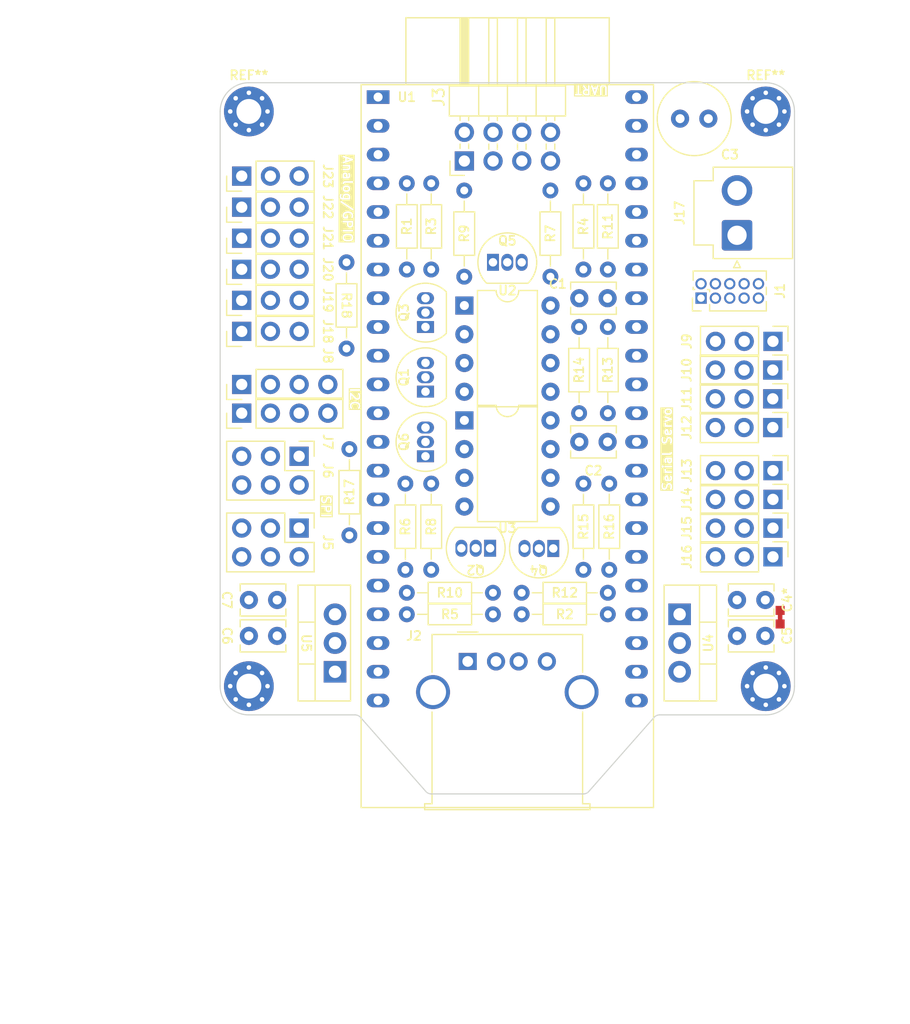
<source format=kicad_pcb>
(kicad_pcb (version 20221018) (generator pcbnew)
  (layers (0 "F.Cu" signal) (31 "B.Cu" signal) (34 "B.Paste" user) (35 "F.Paste" user) (36 "B.SilkS" user "B.Silkscreen") (37 "F.SilkS" user "F.Silkscreen") (38 "B.Mask" user) (39 "F.Mask" user) (44 "Edge.Cuts" user))
  (net 0 "")
  (net 1 "+3V3")
  (net 2 "GND")
  (net 3 "/UART1.TX")
  (net 4 "/UART1.RX")
  (net 5 "/UART2.TX")
  (net 6 "/UART2.RX")
  (net 7 "/I2C.SDA")
  (net 8 "/I2C.SCL")
  (net 9 "/FSPI.MISO")
  (net 10 "/FSPI.CLK")
  (net 11 "/FSPI.CS0")
  (net 12 "/FSPI.MOSI")
  (net 13 "/FSPI.CS1")
  (net 14 "/~{RESET}")
  (net 15 "/ADC1.CH3")
  (net 16 "/ADC1.CH4")
  (net 17 "/ADC1.CH5")
  (net 18 "/ADC1.CH6")
  (net 24 "/USB_DN")
  (net 25 "/USB_DP")
  (net 27 "/~{BOOT}")
  (net 32 "/MTCK")
  (net 33 "/MTDO")
  (net 34 "/MTDI")
  (net 35 "/MTMS")
  (net 36 "/ADC1.CH1")
  (net 37 "/ADC1.CH0")
  (net 40 "VCC")
  (net 41 "/IOPort/SERVO1.SIG")
  (net 42 "/IOPort/SERVO2.SIG")
  (net 43 "Net-(Q1-D)")
  (net 44 "Net-(Q3-D)")
  (net 45 "Net-(Q2-D)")
  (net 46 "Net-(U2-B)")
  (net 47 "Net-(U3-B)")
  (net 48 "GNDPWR")
  (net 49 "+5V")
  (net 50 "Net-(Q4-D)")
  (net 51 "Net-(Q5-D)")
  (net 52 "Net-(Q6-G)")
  (net 53 "Net-(Q6-D)")
  (net 55 "Net-(Q5-G)")
  (net 56 "Net-(U1-GND-Pad22)")
  (footprint "Resistor_THT:R_Axial_DIN0204_L3.6mm_D1.6mm_P7.62mm_Horizontal" (layer "F.Cu") (at 129.159 88.392 90)
    (fp_text reference "R4" (at 3.81 0 90 unlocked) (layer "F.SilkS") (effects (font (size 0.8 0.8))))
    (fp_text value "10k")
    (pad "1" thru_hole circle (at 0 0 90) (size 1.4 1.4) (drill 0.7) (layers "*.Cu" "*.Mask") (net 43 "Net-(Q1-D)"))
    (pad "2" thru_hole oval (at 7.62 0 90) (size 1.4 1.4) (drill 0.7) (layers "*.Cu" "*.Mask") (net 49 "+5V"))
  )
  (footprint "Connector_PinHeader_2.54mm:PinHeader_1x03_P2.54mm_Vertical" (layer "F.Cu") (at 145.923 108.712 -90)
    (fp_text reference "J14" (at 0 7.62 90 unlocked) (layer "F.SilkS") (effects (font (size 0.8 0.8))))
    (fp_text value "Conn_01x03_Pin")
    (pad "1" thru_hole rect (at 0 0 270) (size 1.7 1.7) (drill 1) (layers "*.Cu" "*.Mask") (net 2 "GND"))
    (pad "2" thru_hole oval (at 0 2.54 270) (size 1.7 1.7) (drill 1) (layers "*.Cu" "*.Mask") (net 40 "VCC"))
    (pad "3" thru_hole oval (at 0 5.08 270) (size 1.7 1.7) (drill 1) (layers "*.Cu" "*.Mask") (net 42 "/IOPort/SERVO2.SIG"))
  )
  (footprint "Resistor_THT:R_Axial_DIN0204_L3.6mm_D1.6mm_P7.62mm_Horizontal" (layer "F.Cu") (at 129.159 107.315 -90)
    (fp_text reference "R15" (at 3.81 0 90 unlocked) (layer "F.SilkS") (effects (font (size 0.8 0.8))))
    (fp_text value "2.2k")
    (pad "1" thru_hole circle (at 0 0 270) (size 1.4 1.4) (drill 0.7) (layers "*.Cu" "*.Mask") (net 47 "Net-(U3-B)"))
    (pad "2" thru_hole oval (at 7.62 0 270) (size 1.4 1.4) (drill 0.7) (layers "*.Cu" "*.Mask") (net 49 "+5V"))
  )
  (footprint "Connector_PinHeader_2.54mm:PinHeader_1x03_P2.54mm_Vertical" (layer "F.Cu") (at 145.923 106.172 -90)
    (fp_text reference "J13" (at 0 7.62 90 unlocked) (layer "F.SilkS") (effects (font (size 0.8 0.8))))
    (fp_text value "Conn_01x03_Pin")
    (pad "1" thru_hole rect (at 0 0 270) (size 1.7 1.7) (drill 1) (layers "*.Cu" "*.Mask") (net 2 "GND"))
    (pad "2" thru_hole oval (at 0 2.54 270) (size 1.7 1.7) (drill 1) (layers "*.Cu" "*.Mask") (net 40 "VCC"))
    (pad "3" thru_hole oval (at 0 5.08 270) (size 1.7 1.7) (drill 1) (layers "*.Cu" "*.Mask") (net 42 "/IOPort/SERVO2.SIG"))
  )
  (footprint "Resistor_THT:R_Axial_DIN0204_L3.6mm_D1.6mm_P7.62mm_Horizontal" (layer "F.Cu") (at 128.778 101.092 90)
    (fp_text reference "R14" (at 3.81 0 90 unlocked) (layer "F.SilkS") (effects (font (size 0.8 0.8))))
    (fp_text value "2.2k")
    (pad "1" thru_hole circle (at 0 0 90) (size 1.4 1.4) (drill 0.7) (layers "*.Cu" "*.Mask") (net 2 "GND"))
    (pad "2" thru_hole oval (at 7.62 0 90) (size 1.4 1.4) (drill 0.7) (layers "*.Cu" "*.Mask") (net 46 "Net-(U2-B)"))
  )
  (footprint "Connector_PinHeader_2.54mm:PinHeader_1x03_P2.54mm_Vertical" (layer "F.Cu") (at 98.933 93.862 90)
    (fp_text reference "J18" (at 0 7.62 270 unlocked) (layer "F.SilkS") (effects (font (size 0.8 0.8))))
    (fp_text value "Conn_01x03_Pin")
    (pad "1" thru_hole rect (at 0 0 90) (size 1.7 1.7) (drill 1) (layers "*.Cu" "*.Mask") (net 2 "GND"))
    (pad "2" thru_hole oval (at 0 2.54 90) (size 1.7 1.7) (drill 1) (layers "*.Cu" "*.Mask") (net 40 "VCC"))
    (pad "3" thru_hole oval (at 0 5.08 90) (size 1.7 1.7) (drill 1) (layers "*.Cu" "*.Mask") (net 37 "/ADC1.CH0"))
  )
  (footprint "Package_TO_SOT_THT:TO-220-3_Vertical" (layer "F.Cu") (at 107.188 123.952 90)
    (fp_text reference "U5" (at 2.54 -2.54 270 unlocked) (layer "F.SilkS") (effects (font (size 0.8 0.8))))
    (fp_text value "NJU7223")
    (pad "1" thru_hole rect (at 0 0 90) (size 1.905 2) (drill 1.1) (layers "*.Cu" "*.Mask") (net 49 "+5V"))
    (pad "2" thru_hole oval (at 2.54 0 90) (size 1.905 2) (drill 1.1) (layers "*.Cu" "*.Mask") (net 2 "GND"))
    (pad "3" thru_hole oval (at 5.08 0 90) (size 1.905 2) (drill 1.1) (layers "*.Cu" "*.Mask") (net 1 "+3V3"))
  )
  (footprint "Package_TO_SOT_THT:TO-92_Inline" (layer "F.Cu") (at 115.189 104.902 90)
    (fp_text reference "Q6" (at 1.27 -1.905 90 unlocked) (layer "F.SilkS") (effects (font (size 0.8 0.8))))
    (fp_text value "2N7000")
    (pad "1" thru_hole rect (at 0 0 90) (size 1.05 1.5) (drill 0.75) (layers "*.Cu" "*.Mask") (net 2 "GND"))
    (pad "2" thru_hole oval (at 1.27 0 90) (size 1.05 1.5) (drill 0.75) (layers "*.Cu" "*.Mask") (net 52 "Net-(Q6-G)"))
    (pad "3" thru_hole oval (at 2.54 0 90) (size 1.05 1.5) (drill 0.75) (layers "*.Cu" "*.Mask") (net 53 "Net-(Q6-D)"))
  )
  (footprint "Capacitor_THT:C_Disc_D3.8mm_W2.6mm_P2.50mm" (layer "F.Cu") (at 128.798 90.932)
    (fp_text reference "C1" (at -1.905 -1.27 unlocked) (layer "F.SilkS") (effects (font (size 0.8 0.8))))
    (fp_text value "0.1uF")
    (pad "1" thru_hole circle (at 0 0) (size 1.6 1.6) (drill 0.8) (layers "*.Cu" "*.Mask") (net 49 "+5V"))
    (pad "2" thru_hole circle (at 2.5 0) (size 1.6 1.6) (drill 0.8) (layers "*.Cu" "*.Mask") (net 2 "GND"))
  )
  (footprint "Espressif:ESP32-S3-DevKitC" (layer "F.Cu") (at 110.998 73.152)
    (fp_text reference "U1" (at 2.54 0 unlocked) (layer "F.SilkS") (effects (font (size 0.8 0.8))))
    (fp_text value "ESP32-S3-DevKitC" hide)
    (pad "1" thru_hole rect (at 0 0 270) (size 1.2 2) (drill 0.8) (layers "*.Cu" "*.Mask") (net 1 "+3V3"))
    (pad "2" thru_hole oval (at 0 2.54 270) (size 1.2 2) (drill 0.8) (layers "*.Cu" "*.Mask") (net 1 "+3V3"))
    (pad "3" thru_hole oval (at 0 5.08 270) (size 1.2 2) (drill 0.8) (layers "*.Cu" "*.Mask") (net 14 "/~{RESET}"))
    (pad "4" thru_hole oval (at 0 7.62 270) (size 1.2 2) (drill 0.8) (layers "*.Cu" "*.Mask") (net 15 "/ADC1.CH3"))
    (pad "5" thru_hole oval (at 0 10.16 270) (size 1.2 2) (drill 0.8) (layers "*.Cu" "*.Mask") (net 16 "/ADC1.CH4"))
    (pad "6" thru_hole oval (at 0 12.7 270) (size 1.2 2) (drill 0.8) (layers "*.Cu" "*.Mask") (net 17 "/ADC1.CH5"))
    (pad "7" thru_hole oval (at 0 15.24 270) (size 1.2 2) (drill 0.8) (layers "*.Cu" "*.Mask") (net 18 "/ADC1.CH6"))
    (pad "8" thru_hole oval (at 0 17.78 270) (size 1.2 2) (drill 0.8) (layers "*.Cu" "*.Mask"))
    (pad "9" thru_hole oval (at 0 20.32 270) (size 1.2 2) (drill 0.8) (layers "*.Cu" "*.Mask"))
    (pad "10" thru_hole oval (at 0 22.86 270) (size 1.2 2) (drill 0.8) (layers "*.Cu" "*.Mask") (net 3 "/UART1.TX"))
    (pad "11" thru_hole oval (at 0 25.4 270) (size 1.2 2) (drill 0.8) (layers "*.Cu" "*.Mask") (net 4 "/UART1.RX"))
    (pad "12" thru_hole oval (at 0 27.94 270) (size 1.2 2) (drill 0.8) (layers "*.Cu" "*.Mask") (net 7 "/I2C.SDA"))
    (pad "13" thru_hole oval (at 0 30.48 270) (size 1.2 2) (drill 0.8) (layers "*.Cu" "*.Mask"))
    (pad "14" thru_hole oval (at 0 33.02 270) (size 1.2 2) (drill 0.8) (layers "*.Cu" "*.Mask"))
    (pad "15" thru_hole oval (at 0 35.56 270) (size 1.2 2) (drill 0.8) (layers "*.Cu" "*.Mask") (net 8 "/I2C.SCL"))
    (pad "16" thru_hole oval (at 0 38.1 270) (size 1.2 2) (drill 0.8) (layers "*.Cu" "*.Mask") (net 11 "/FSPI.CS0"))
    (pad "17" thru_hole oval (at 0 40.64 270) (size 1.2 2) (drill 0.8) (layers "*.Cu" "*.Mask") (net 12 "/FSPI.MOSI"))
    (pad "18" thru_hole oval (at 0 43.18 270) (size 1.2 2) (drill 0.8) (layers "*.Cu" "*.Mask") (net 10 "/FSPI.CLK"))
    (pad "19" thru_hole oval (at 0 45.72 270) (size 1.2 2) (drill 0.8) (layers "*.Cu" "*.Mask") (net 9 "/FSPI.MISO"))
    (pad "20" thru_hole oval (at -0.00368 48.25728 270) (size 1.2 2) (drill 0.8) (layers "*.Cu" "*.Mask"))
    (pad "21" thru_hole oval (at -0.00368 50.79728 270) (size 1.2 2) (drill 0.8) (layers "*.Cu" "*.Mask") (net 49 "+5V"))
    (pad "22" thru_hole oval (at -0.00368 53.33728 270) (size 1.2 2) (drill 0.8) (layers "*.Cu" "*.Mask") (net 56 "Net-(U1-GND-Pad22)"))
    (pad "23" thru_hole oval (at 22.86 53.34 270) (size 1.2 2) (drill 0.8) (layers "*.Cu" "*.Mask") (net 56 "Net-(U1-GND-Pad22)"))
    (pad "24" thru_hole oval (at 22.86 50.8 270) (size 1.2 2) (drill 0.8) (layers "*.Cu" "*.Mask") (net 56 "Net-(U1-GND-Pad22)"))
    (pad "25" thru_hole oval (at 22.86 48.26 270) (size 1.2 2) (drill 0.8) (layers "*.Cu" "*.Mask") (net 24 "/USB_DN"))
    (pad "26" thru_hole oval (at 22.86 45.72 270) (size 1.2 2) (drill 0.8) (layers "*.Cu" "*.Mask") (net 25 "/USB_DP"))
    (pad "27" thru_hole oval (at 22.86 43.18 270) (size 1.2 2) (drill 0.8) (layers "*.Cu" "*.Mask") (net 13 "/FSPI.CS1"))
    (pad "28" thru_hole oval (at 22.86 40.64 270) (size 1.2 2) (drill 0.8) (layers "*.Cu" "*.Mask") (net 5 "/UART2.TX"))
    (pad "29" thru_hole oval (at 22.86 38.1 270) (size 1.2 2) (drill 0.8) (layers "*.Cu" "*.Mask") (net 6 "/UART2.RX"))
    (pad "30" thru_hole oval (at 22.86 35.56 270) (size 1.2 2) (drill 0.8) (layers "*.Cu" "*.Mask"))
    (pad "31" thru_hole oval (at 22.86 33.02 270) (size 1.2 2) (drill 0.8) (layers "*.Cu" "*.Mask") (net 27 "/~{BOOT}"))
    (pad "32" thru_hole oval (at 22.86 30.48 270) (size 1.2 2) (drill 0.8) (layers "*.Cu" "*.Mask"))
    (pad "33" thru_hole oval (at 22.86 27.94 270) (size 1.2 2) (drill 0.8) (layers "*.Cu" "*.Mask"))
    (pad "34" thru_hole oval (at 22.86 25.4 270) (size 1.2 2) (drill 0.8) (layers "*.Cu" "*.Mask"))
    (pad "35" thru_hole oval (at 22.86 22.86 270) (size 1.2 2) (drill 0.8) (layers "*.Cu" "*.Mask"))
    (pad "36" thru_hole oval (at 22.86 20.32 270) (size 1.2 2) (drill 0.8) (layers "*.Cu" "*.Mask") (net 32 "/MTCK"))
    (pad "37" thru_hole oval (at 22.86 17.78 270) (size 1.2 2) (drill 0.8) (layers "*.Cu" "*.Mask") (net 33 "/MTDO"))
    (pad "38" thru_hole oval (at 22.86 15.24 270) (size 1.2 2) (drill 0.8) (layers "*.Cu" "*.Mask") (net 34 "/MTDI"))
    (pad "39" thru_hole oval (at 22.86 12.7 270) (size 1.2 2) (drill 0.8) (layers "*.Cu" "*.Mask") (net 35 "/MTMS"))
    (pad "40" thru_hole oval (at 22.86 10.16 270) (size 1.2 2) (drill 0.8) (layers "*.Cu" "*.Mask") (net 36 "/ADC1.CH1"))
    (pad "41" thru_hole oval (at 22.86 7.62 270) (size 1.2 2) (drill 0.8) (layers "*.Cu" "*.Mask") (net 37 "/ADC1.CH0"))
    (pad "42" thru_hole oval (at 22.86 5.08 270) (size 1.2 2) (drill 0.8) (layers "*.Cu" "*.Mask"))
    (pad "43" thru_hole oval (at 22.86 2.54 270) (size 1.2 2) (drill 0.8) (layers "*.Cu" "*.Mask"))
    (pad "44" thru_hole oval (at 22.86 0 270) (size 1.2 2) (drill 0.8) (layers "*.Cu" "*.Mask") (net 56 "Net-(U1-GND-Pad22)"))
  )
  (footprint "Connector_JST:JST_VH_B2P-VH_1x02_P3.96mm_Vertical" (layer "F.Cu") (at 142.748 85.367 90)
    (fp_text reference "J17" (at 1.98 -5.08 90 unlocked) (layer "F.SilkS") (effects (font (size 0.8 0.8))))
    (fp_text value "Conn_01x02_Socket")
    (pad "1" thru_hole roundrect (at 0 0 90) (size 2.7 2.7) (drill 1.7) (layers "*.Cu" "*.Mask") (roundrect_rratio 0.092593) (net 40 "VCC"))
    (pad "2" thru_hole circle (at 3.96 0 90) (size 2.7 2.7) (drill 1.7) (layers "*.Cu" "*.Mask") (net 48 "GNDPWR"))
  )
  (footprint "Connector_PinHeader_2.54mm:PinHeader_1x03_P2.54mm_Vertical" (layer "F.Cu") (at 145.923 94.742 -90)
    (fp_text reference "J9" (at 0 7.62 90 unlocked) (layer "F.SilkS") (effects (font (size 0.8 0.8))))
    (fp_text value "Conn_01x03_Pin")
    (pad "1" thru_hole rect (at 0 0 270) (size 1.7 1.7) (drill 1) (layers "*.Cu" "*.Mask") (net 2 "GND"))
    (pad "2" thru_hole oval (at 0 2.54 270) (size 1.7 1.7) (drill 1) (layers "*.Cu" "*.Mask") (net 40 "VCC"))
    (pad "3" thru_hole oval (at 0 5.08 270) (size 1.7 1.7) (drill 1) (layers "*.Cu" "*.Mask") (net 41 "/IOPort/SERVO1.SIG"))
  )
  (footprint "MountingHole:MountingHole_2.2mm_M2_Pad_Via" (layer "F.Cu") (at 99.568 125.222)
    (fp_text reference "REF**" hide)
    (fp_text value "MountingHole_2.2mm_M2_Pad_Via")
    (pad "1" thru_hole circle locked (at -1.65 0) (size 0.7 0.7) (drill 0.4) (layers "*.Cu" "*.Mask"))
    (pad "1" thru_hole circle locked (at -1.166726 -1.166726) (size 0.7 0.7) (drill 0.4) (layers "*.Cu" "*.Mask"))
    (pad "1" thru_hole circle locked (at -1.166726 1.166726) (size 0.7 0.7) (drill 0.4) (layers "*.Cu" "*.Mask"))
    (pad "1" thru_hole circle locked (at 0 -1.65) (size 0.7 0.7) (drill 0.4) (layers "*.Cu" "*.Mask"))
    (pad "1" thru_hole circle locked (at 0 0) (size 4.4 4.4) (drill 2.2) (layers "*.Cu" "*.Mask"))
    (pad "1" thru_hole circle locked (at 0 1.65) (size 0.7 0.7) (drill 0.4) (layers "*.Cu" "*.Mask"))
    (pad "1" thru_hole circle locked (at 1.166726 -1.166726) (size 0.7 0.7) (drill 0.4) (layers "*.Cu" "*.Mask"))
    (pad "1" thru_hole circle locked (at 1.166726 1.166726) (size 0.7 0.7) (drill 0.4) (layers "*.Cu" "*.Mask"))
    (pad "1" thru_hole circle locked (at 1.65 0) (size 0.7 0.7) (drill 0.4) (layers "*.Cu" "*.Mask"))
  )
  (footprint "Package_TO_SOT_THT:TO-92_Inline" (layer "F.Cu") (at 115.189 93.472 90)
    (fp_text reference "Q3" (at 1.27 -1.905 90 unlocked) (layer "F.SilkS") (effects (font (size 0.8 0.8))))
    (fp_text value "2N7000")
    (pad "1" thru_hole rect (at 0 0 90) (size 1.05 1.5) (drill 0.75) (layers "*.Cu" "*.Mask") (net 4 "/UART1.RX"))
    (pad "2" thru_hole oval (at 1.27 0 90) (size 1.05 1.5) (drill 0.75) (layers "*.Cu" "*.Mask") (net 1 "+3V3"))
    (pad "3" thru_hole oval (at 2.54 0 90) (size 1.05 1.5) (drill 0.75) (layers "*.Cu" "*.Mask") (net 44 "Net-(Q3-D)"))
  )
  (footprint "Connector_PinHeader_2.54mm:PinHeader_2x03_P2.54mm_Vertical" (layer "F.Cu") (at 104.013 104.902 -90)
    (fp_text reference "J6" (at 1.27 -2.54 270 unlocked) (layer "F.SilkS") (effects (font (size 0.8 0.8))))
    (fp_text value "Conn_02x03_Top_Bottom")
    (pad "1" thru_hole rect (at 0 0 270) (size 1.7 1.7) (drill 1) (layers "*.Cu" "*.Mask") (net 9 "/FSPI.MISO"))
    (pad "2" thru_hole oval (at 2.54 0 270) (size 1.7 1.7) (drill 1) (layers "*.Cu" "*.Mask") (net 10 "/FSPI.CLK"))
    (pad "3" thru_hole oval (at 0 2.54 270) (size 1.7 1.7) (drill 1) (layers "*.Cu" "*.Mask") (net 13 "/FSPI.CS1"))
    (pad "4" thru_hole oval (at 2.54 2.54 270) (size 1.7 1.7) (drill 1) (layers "*.Cu" "*.Mask") (net 12 "/FSPI.MOSI"))
    (pad "5" thru_hole oval (at 0 5.08 270) (size 1.7 1.7) (drill 1) (layers "*.Cu" "*.Mask") (net 1 "+3V3"))
    (pad "6" thru_hole oval (at 2.54 5.08 270) (size 1.7 1.7) (drill 1) (layers "*.Cu" "*.Mask") (net 2 "GND"))
  )
  (footprint "Resistor_THT:R_Axial_DIN0204_L3.6mm_D1.6mm_P7.62mm_Horizontal" (layer "F.Cu") (at 113.538 88.392 90)
    (fp_text reference "R1" (at 3.81 0 90 unlocked) (layer "F.SilkS") (effects (font (size 0.8 0.8))))
    (fp_text value "10k")
    (pad "1" thru_hole circle (at 0 0 90) (size 1.4 1.4) (drill 0.7) (layers "*.Cu" "*.Mask") (net 3 "/UART1.TX"))
    (pad "2" thru_hole oval (at 7.62 0 90) (size 1.4 1.4) (drill 0.7) (layers "*.Cu" "*.Mask") (net 1 "+3V3"))
  )
  (footprint "Connector_PinHeader_2.54mm:PinHeader_1x03_P2.54mm_Vertical" (layer "F.Cu") (at 98.933 80.137 90)
    (fp_text reference "J23" (at 0 7.62 270 unlocked) (layer "F.SilkS") (effects (font (size 0.8 0.8))))
    (fp_text value "Conn_01x03_Pin")
    (pad "1" thru_hole rect (at 0 0 90) (size 1.7 1.7) (drill 1) (layers "*.Cu" "*.Mask") (net 2 "GND"))
    (pad "2" thru_hole oval (at 0 2.54 90) (size 1.7 1.7) (drill 1) (layers "*.Cu" "*.Mask") (net 40 "VCC"))
    (pad "3" thru_hole oval (at 0 5.08 90) (size 1.7 1.7) (drill 1) (layers "*.Cu" "*.Mask") (net 18 "/ADC1.CH6"))
  )
  (footprint "MountingHole:MountingHole_2.2mm_M2_Pad_Via" (layer "F.Cu") (at 145.288 74.422)
    (fp_text reference "REF**" (at 0 -3.2 unlocked) (layer "F.SilkS") (effects (font (size 0.8 0.8))))
    (fp_text value "MountingHole_2.2mm_M2_Pad_Via")
    (pad "1" thru_hole circle locked (at -1.65 0) (size 0.7 0.7) (drill 0.4) (layers "*.Cu" "*.Mask"))
    (pad "1" thru_hole circle locked (at -1.166726 -1.166726) (size 0.7 0.7) (drill 0.4) (layers "*.Cu" "*.Mask"))
    (pad "1" thru_hole circle locked (at -1.166726 1.166726) (size 0.7 0.7) (drill 0.4) (layers "*.Cu" "*.Mask"))
    (pad "1" thru_hole circle locked (at 0 -1.65) (size 0.7 0.7) (drill 0.4) (layers "*.Cu" "*.Mask"))
    (pad "1" thru_hole circle locked (at 0 0) (size 4.4 4.4) (drill 2.2) (layers "*.Cu" "*.Mask"))
    (pad "1" thru_hole circle locked (at 0 1.65) (size 0.7 0.7) (drill 0.4) (layers "*.Cu" "*.Mask"))
    (pad "1" thru_hole circle locked (at 1.166726 -1.166726) (size 0.7 0.7) (drill 0.4) (layers "*.Cu" "*.Mask"))
    (pad "1" thru_hole circle locked (at 1.166726 1.166726) (size 0.7 0.7) (drill 0.4) (layers "*.Cu" "*.Mask"))
    (pad "1" thru_hole circle locked (at 1.65 0) (size 0.7 0.7) (drill 0.4) (layers "*.Cu" "*.Mask"))
  )
  (footprint "Connector_PinHeader_2.54mm:PinHeader_1x03_P2.54mm_Vertical" (layer "F.Cu") (at 98.933 82.882 90)
    (fp_text reference "J22" (at 0 7.62 270 unlocked) (layer "F.SilkS") (effects (font (size 0.8 0.8))))
    (fp_text value "Conn_01x03_Pin")
    (pad "1" thru_hole rect (at 0 0 90) (size 1.7 1.7) (drill 1) (layers "*.Cu" "*.Mask") (net 2 "GND"))
    (pad "2" thru_hole oval (at 0 2.54 90) (size 1.7 1.7) (drill 1) (layers "*.Cu" "*.Mask") (net 40 "VCC"))
    (pad "3" thru_hole oval (at 0 5.08 90) (size 1.7 1.7) (drill 1) (layers "*.Cu" "*.Mask") (net 17 "/ADC1.CH5"))
  )
  (footprint "Resistor_THT:R_Axial_DIN0204_L3.6mm_D1.6mm_P7.62mm_Horizontal" (layer "F.Cu") (at 131.445 114.935 90)
    (fp_text reference "R16" (at 3.81 0 90 unlocked) (layer "F.SilkS") (effects (font (size 0.8 0.8))))
    (fp_text value "2.2k")
    (pad "1" thru_hole circle (at 0 0 90) (size 1.4 1.4) (drill 0.7) (layers "*.Cu" "*.Mask") (net 2 "GND"))
    (pad "2" thru_hole oval (at 7.62 0 90) (size 1.4 1.4) (drill 0.7) (layers "*.Cu" "*.Mask") (net 47 "Net-(U3-B)"))
  )
  (footprint "Connector_PinHeader_2.54mm:PinHeader_2x04_P2.54mm_Horizontal" (layer "F.Cu") (at 118.628 78.802 90)
    (fp_text reference "J3" (at 5.655 -2.27 90) (layer "F.SilkS"))
    (fp_text value "Conn_02x04_Odd_Even")
    (pad "1" thru_hole rect (at 0 0 90) (size 1.7 1.7) (drill 1) (layers "*.Cu" "*.Mask") (net 2 "GND"))
    (pad "2" thru_hole oval (at 2.54 0 90) (size 1.7 1.7) (drill 1) (layers "*.Cu" "*.Mask") (net 2 "GND"))
    (pad "3" thru_hole oval (at 0 2.54 90) (size 1.7 1.7) (drill 1) (layers "*.Cu" "*.Mask") (net 40 "VCC"))
    (pad "4" thru_hole oval (at 2.54 2.54 90) (size 1.7 1.7) (drill 1) (layers "*.Cu" "*.Mask") (net 40 "VCC"))
    (pad "5" thru_hole oval (at 0 5.08 90) (size 1.7 1.7) (drill 1) (layers "*.Cu" "*.Mask") (net 4 "/UART1.RX"))
    (pad "6" thru_hole oval (at 2.54 5.08 90) (size 1.7 1.7) (drill 1) (layers "*.Cu" "*.Mask") (net 6 "/UART2.RX"))
    (pad "7" thru_hole oval (at 0 7.62 90) (size 1.7 1.7) (drill 1) (layers "*.Cu" "*.Mask") (net 3 "/UART1.TX"))
    (pad "8" thru_hole oval (at 2.54 7.62 90) (size 1.7 1.7) (drill 1) (layers "*.Cu" "*.Mask") (net 5 "/UART2.TX"))
  )
  (footprint "Package_DIP:DIP-8_W7.62mm" (layer "F.Cu") (at 118.628 91.577)
    (fp_text reference "U2" (at 3.81 -1.33 unlocked) (layer "F.SilkS") (effects (font (size 0.8 0.8))))
    (fp_text value "MAX485E")
    (pad "1" thru_hole rect (at 0 0) (size 1.6 1.6) (drill 0.8) (layers "*.Cu" "*.Mask") (net 44 "Net-(Q3-D)"))
    (pad "2" thru_hole oval (at 0 2.54) (size 1.6 1.6) (drill 0.8) (layers "*.Cu" "*.Mask") (net 51 "Net-(Q5-D)"))
    (pad "3" thru_hole oval (at 0 5.08) (size 1.6 1.6) (drill 0.8) (layers "*.Cu" "*.Mask") (net 51 "Net-(Q5-D)"))
    (pad "4" thru_hole oval (at 0 7.62) (size 1.6 1.6) (drill 0.8) (layers "*.Cu" "*.Mask") (net 43 "Net-(Q1-D)"))
    (pad "5" thru_hole oval (at 7.62 7.62) (size 1.6 1.6) (drill 0.8) (layers "*.Cu" "*.Mask") (net 2 "GND"))
    (pad "6" thru_hole oval (at 7.62 5.08) (size 1.6 1.6) (drill 0.8) (layers "*.Cu" "*.Mask") (net 41 "/IOPort/SERVO1.SIG"))
    (pad "7" thru_hole oval (at 7.62 2.54) (size 1.6 1.6) (drill 0.8) (layers "*.Cu" "*.Mask") (net 46 "Net-(U2-B)"))
    (pad "8" thru_hole oval (at 7.62 0) (size 1.6 1.6) (drill 0.8) (layers "*.Cu" "*.Mask") (net 49 "+5V"))
  )
  (footprint "Connector_PinHeader_2.54mm:PinHeader_1x03_P2.54mm_Vertical" (layer "F.Cu") (at 145.908 99.822 -90)
    (fp_text reference "J11" (at 0 7.62 90 unlocked) (layer "F.SilkS") (effects (font (size 0.8 0.8))))
    (fp_text value "Conn_01x03_Pin")
    (pad "1" thru_hole rect (at 0 0 270) (size 1.7 1.7) (drill 1) (layers "*.Cu" "*.Mask") (net 2 "GND"))
    (pad "2" thru_hole oval (at 0 2.54 270) (size 1.7 1.7) (drill 1) (layers "*.Cu" "*.Mask") (net 40 "VCC"))
    (pad "3" thru_hole oval (at 0 5.08 270) (size 1.7 1.7) (drill 1) (layers "*.Cu" "*.Mask") (net 41 "/IOPort/SERVO1.SIG"))
  )
  (footprint "Resistor_THT:R_Axial_DIN0204_L3.6mm_D1.6mm_P7.62mm_Horizontal" (layer "F.Cu") (at 131.318 118.872 180)
    (fp_text reference "R2" (at 3.81 0 unlocked) (layer "F.SilkS") (effects (font (size 0.8 0.8))))
    (fp_text value "10k")
    (pad "1" thru_hole circle (at 0 0 180) (size 1.4 1.4) (drill 0.7) (layers "*.Cu" "*.Mask") (net 5 "/UART2.TX"))
    (pad "2" thru_hole oval (at 7.62 0 180) (size 1.4 1.4) (drill 0.7) (layers "*.Cu" "*.Mask") (net 1 "+3V3"))
  )
  (footprint "Capacitor_THT:C_Disc_D3.8mm_W2.6mm_P2.50mm" (layer "F.Cu") (at 102.068 117.602 180)
    (fp_text reference "C7" (at 4.445 0 270 unlocked) (layer "F.SilkS") (effects (font (size 0.8 0.8))))
    (fp_text value "0.1uF")
    (pad "1" thru_hole circle (at 0 0 180) (size 1.6 1.6) (drill 0.8) (layers "*.Cu" "*.Mask") (net 1 "+3V3"))
    (pad "2" thru_hole circle (at 2.5 0 180) (size 1.6 1.6) (drill 0.8) (layers "*.Cu" "*.Mask") (net 2 "GND"))
  )
  (footprint "Connector_PinHeader_2.54mm:PinHeader_1x04_P2.54mm_Vertical" (layer "F.Cu") (at 98.933 101.092 90)
    (fp_text reference "J7" (at -2.54 7.62 270 unlocked) (layer "F.SilkS") (effects (font (size 0.8 0.8))))
    (fp_text value "Conn_01x04_Pin")
    (pad "1" thru_hole rect (at 0 0 90) (size 1.7 1.7) (drill 1) (layers "*.Cu" "*.Mask") (net 2 "GND"))
    (pad "2" thru_hole oval (at 0 2.54 90) (size 1.7 1.7) (drill 1) (layers "*.Cu" "*.Mask") (net 1 "+3V3"))
    (pad "3" thru_hole oval (at 0 5.08 90) (size 1.7 1.7) (drill 1) (layers "*.Cu" "*.Mask") (net 7 "/I2C.SDA"))
    (pad "4" thru_hole oval (at 0 7.62 90) (size 1.7 1.7) (drill 1) (layers "*.Cu" "*.Mask") (net 8 "/I2C.SCL"))
  )
  (footprint "Connector_PinHeader_2.54mm:PinHeader_1x03_P2.54mm_Vertical" (layer "F.Cu") (at 98.933 91.117 90)
    (fp_text reference "J19" (at 0 7.62 270 unlocked) (layer "F.SilkS") (effects (font (size 0.8 0.8))))
    (fp_text value "Conn_01x03_Pin")
    (pad "1" thru_hole rect (at 0 0 90) (size 1.7 1.7) (drill 1) (layers "*.Cu" "*.Mask") (net 2 "GND"))
    (pad "2" thru_hole oval (at 0 2.54 90) (size 1.7 1.7) (drill 1) (layers "*.Cu" "*.Mask") (net 40 "VCC"))
    (pad "3" thru_hole oval (at 0 5.08 90) (size 1.7 1.7) (drill 1) (layers "*.Cu" "*.Mask") (net 36 "/ADC1.CH1"))
  )
  (footprint "Capacitor_THT:C_Disc_D3.8mm_W2.6mm_P2.50mm" (layer "F.Cu") (at 102.068 120.777 180)
    (fp_text reference "C6" (at 4.425 0 270 unlocked) (layer "F.SilkS") (effects (font (size 0.8 0.8))))
    (fp_text value "0.1uF")
    (pad "1" thru_hole circle (at 0 0 180) (size 1.6 1.6) (drill 0.8) (layers "*.Cu" "*.Mask") (net 49 "+5V"))
    (pad "2" thru_hole circle (at 2.5 0 180) (size 1.6 1.6) (drill 0.8) (layers "*.Cu" "*.Mask") (net 2 "GND"))
  )
  (footprint "Resistor_THT:R_Axial_DIN0204_L3.6mm_D1.6mm_P7.62mm_Horizontal" (layer "F.Cu") (at 121.158 116.967 180)
    (fp_text reference "R10" (at 3.81 0 unlocked) (layer "F.SilkS") (effects (font (size 0.8 0.8))))
    (fp_text value "10k")
    (pad "1" thru_hole circle (at 0 0 180) (size 1.4 1.4) (drill 0.7) (layers "*.Cu" "*.Mask") (net 50 "Net-(Q4-D)"))
    (pad "2" thru_hole oval (at 7.62 0 180) (size 1.4 1.4) (drill 0.7) (layers "*.Cu" "*.Mask") (net 49 "+5V"))
  )
  (footprint "Resistor_THT:R_Axial_DIN0204_L3.6mm_D1.6mm_P7.62mm_Horizontal" (layer "F.Cu") (at 131.318 88.392 90)
    (fp_text reference "R11" (at 3.81 0 90 unlocked) (layer "F.SilkS") (effects (font (size 0.8 0.8))))
    (fp_text value "10k")
    (pad "1" thru_hole circle (at 0 0 90) (size 1.4 1.4) (drill 0.7) (layers "*.Cu" "*.Mask") (net 51 "Net-(Q5-D)"))
    (pad "2" thru_hole oval (at 7.62 0 90) (size 1.4 1.4) (drill 0.7) (layers "*.Cu" "*.Mask") (net 49 "+5V"))
  )
  (footprint "Package_TO_SOT_THT:TO-92_Inline" (layer "F.Cu") (at 115.189 99.187 90)
    (fp_text reference "Q1" (at 1.27 -1.905 90 unlocked) (layer "F.SilkS") (effects (font (size 0.8 0.8))))
    (fp_text value "2N7000")
    (pad "1" thru_hole rect (at 0 0 90) (size 1.05 1.5) (drill 0.75) (layers "*.Cu" "*.Mask") (net 3 "/UART1.TX"))
    (pad "2" thru_hole oval (at 1.27 0 90) (size 1.05 1.5) (drill 0.75) (layers "*.Cu" "*.Mask") (net 1 "+3V3"))
    (pad "3" thru_hole oval (at 2.54 0 90) (size 1.05 1.5) (drill 0.75) (layers "*.Cu" "*.Mask") (net 43 "Net-(Q1-D)"))
  )
  (footprint "Resistor_THT:R_Axial_DIN0204_L3.6mm_D1.6mm_P7.62mm_Horizontal" (layer "F.Cu") (at 108.458 111.887 90)
    (fp_text reference "R17" (at 3.81 0 90 unlocked) (layer "F.SilkS") (effects (font (size 0.8 0.8))))
    (fp_text value "10k")
    (pad "1" thru_hole circle (at 0 0 90) (size 1.4 1.4) (drill 0.7) (layers "*.Cu" "*.Mask") (net 1 "+3V3"))
    (pad "2" thru_hole oval (at 7.62 0 90) (size 1.4 1.4) (drill 0.7) (layers "*.Cu" "*.Mask") (net 7 "/I2C.SDA"))
  )
  (footprint "Connector_PinHeader_2.54mm:PinHeader_1x04_P2.54mm_Vertical" (layer "F.Cu") (at 98.933 98.552 90)
    (fp_text reference "J8" (at 2.54 7.62 270 unlocked) (layer "F.SilkS") (effects (font (size 0.8 0.8))))
    (fp_text value "Conn_01x04_Pin")
    (pad "1" thru_hole rect (at 0 0 90) (size 1.7 1.7) (drill 1) (layers "*.Cu" "*.Mask") (net 2 "GND"))
    (pad "2" thru_hole oval (at 0 2.54 90) (size 1.7 1.7) (drill 1) (layers "*.Cu" "*.Mask") (net 1 "+3V3"))
    (pad "3" thru_hole oval (at 0 5.08 90) (size 1.7 1.7) (drill 1) (layers "*.Cu" "*.Mask") (net 7 "/I2C.SDA"))
    (pad "4" thru_hole oval (at 0 7.62 90) (size 1.7 1.7) (drill 1) (layers "*.Cu" "*.Mask") (net 8 "/I2C.SCL"))
  )
  (footprint "Resistor_THT:R_Axial_DIN0204_L3.6mm_D1.6mm_P7.62mm_Horizontal" (layer "F.Cu") (at 123.698 116.967)
    (fp_text reference "R12" (at 3.81 0 unlocked) (layer "F.SilkS") (effects (font (size 0.8 0.8))))
    (fp_text value "10k")
    (pad "1" thru_hole circle (at 0 0) (size 1.4 1.4) (drill 0.7) (layers "*.Cu" "*.Mask") (net 53 "Net-(Q6-D)"))
    (pad "2" thru_hole oval (at 7.62 0) (size 1.4 1.4) (drill 0.7) (layers "*.Cu" "*.Mask") (net 49 "+5V"))
  )
  (footprint "Resistor_THT:R_Axial_DIN0204_L3.6mm_D1.6mm_P7.62mm_Horizontal" (layer "F.Cu") (at 115.697 88.392 90)
    (fp_text reference "R3" (at 3.81 0 90 unlocked) (layer "F.SilkS") (effects (font (size 0.8 0.8))))
    (fp_text value "10k")
    (pad "1" thru_hole circle (at 0 0 90) (size 1.4 1.4) (drill 0.7) (layers "*.Cu" "*.Mask") (net 4 "/UART1.RX"))
    (pad "2" thru_hole oval (at 7.62 0 90) (size 1.4 1.4) (drill 0.7) (layers "*.Cu" "*.Mask") (net 1 "+3V3"))
  )
  (footprint "Connector_PinHeader_2.54mm:PinHeader_1x03_P2.54mm_Vertical" (layer "F.Cu") (at 145.908 97.282 -90)
    (fp_text reference "J10" (at 0 7.62 90 unlocked) (layer "F.SilkS") (effects (font (size 0.8 0.8))))
    (fp_text value "Conn_01x03_Pin")
    (pad "1" thru_hole rect (at 0 0 270) (size 1.7 1.7) (drill 1) (layers "*.Cu" "*.Mask") (net 2 "GND"))
    (pad "2" thru_hole oval (at 0 2.54 270) (size 1.7 1.7) (drill 1) (layers "*.Cu" "*.Mask") (net 40 "VCC"))
    (pad "3" thru_hole oval (at 0 5.08 270) (size 1.7 1.7) (drill 1) (layers "*.Cu" "*.Mask") (net 41 "/IOPort/SERVO1.SIG"))
  )
  (footprint "Connector_PinHeader_2.54mm:PinHeader_1x03_P2.54mm_Vertical" (layer "F.Cu") (at 145.923 113.792 -90)
    (fp_text reference "J16" (at 0 7.62 90 unlocked) (layer "F.SilkS") (effects (font (size 0.8 0.8))))
    (fp_text value "Conn_01x03_Pin")
    (pad "1" thru_hole rect (at 0 0 270) (size 1.7 1.7) (drill 1) (layers "*.Cu" "*.Mask") (net 2 "GND"))
    (pad "2" thru_hole oval (at 0 2.54 270) (size 1.7 1.7) (drill 1) (layers "*.Cu" "*.Mask") (net 40 "VCC"))
    (pad "3" thru_hole oval (at 0 5.08 270) (size 1.7 1.7) (drill 1) (layers "*.Cu" "*.Mask") (net 42 "/IOPort/SERVO2.SIG"))
  )
  (footprint "Capacitor_THT:C_Disc_D3.8mm_W2.6mm_P2.50mm" (layer "F.Cu") (at 142.748 117.602)
    (fp_text reference "C4*" (at 4.445 0 90) (layer "F.SilkS") (effects (font (size 0.8 0.8))))
    (fp_text value "0.33uF")
    (pad "1" thru_hole circle (at 0 0) (size 1.6 1.6) (drill 0.8) (layers "*.Cu" "*.Mask") (net 40 "VCC"))
    (pad "2" thru_hole circle (at 2.5 0) (size 1.6 1.6) (drill 0.8) (layers "*.Cu" "*.Mask") (net 48 "GNDPWR"))
  )
  (footprint "MountingHole:MountingHole_2.2mm_M2_Pad_Via" (layer "F.Cu") (at 145.288 125.222)
    (fp_text reference "REF**" hide)
    (fp_text value "MountingHole_2.2mm_M2_Pad_Via")
    (pad "1" thru_hole circle locked (at -1.65 0) (size 0.7 0.7) (drill 0.4) (layers "*.Cu" "*.Mask"))
    (pad "1" thru_hole circle locked (at -1.166726 -1.166726) (size 0.7 0.7) (drill 0.4) (layers "*.Cu" "*.Mask"))
    (pad "1" thru_hole circle locked (at -1.166726 1.166726) (size 0.7 0.7) (drill 0.4) (layers "*.Cu" "*.Mask"))
    (pad "1" thru_hole circle locked (at 0 -1.65) (size 0.7 0.7) (drill 0.4) (layers "*.Cu" "*.Mask"))
    (pad "1" thru_hole circle locked (at 0 0) (size 4.4 4.4) (drill 2.2) (layers "*.Cu" "*.Mask"))
    (pad "1" thru_hole circle locked (at 0 1.65) (size 0.7 0.7) (drill 0.4) (layers "*.Cu" "*.Mask"))
    (pad "1" thru_hole circle locked (at 1.166726 -1.166726) (size 0.7 0.7) (drill 0.4) (layers "*.Cu" "*.Mask"))
    (pad "1" thru_hole circle locked (at 1.166726 1.166726) (size 0.7 0.7) (drill 0.4) (layers "*.Cu" "*.Mask"))
    (pad "1" thru_hole circle locked (at 1.65 0) (size 0.7 0.7) (drill 0.4) (layers "*.Cu" "*.Mask"))
  )
  (footprint "Resistor_THT:R_Axial_DIN0204_L3.6mm_D1.6mm_P7.62mm_Horizontal" (layer "F.Cu") (at 131.318 93.472 -90)
    (fp_text reference "R13" (at 3.81 0 90 unlocked) (layer "F.SilkS") (effects (font (size 0.8 0.8))))
    (fp_text value "2.2k")
    (pad "1" thru_hole circle (at 0 0 270) (size 1.4 1.4) (drill 0.7) (layers "*.Cu" "*.Mask") (net 46 "Net-(U2-B)"))
    (pad "2" thru_hole oval (at 7.62 0 270) (size 1.4 1.4) (drill 0.7) (layers "*.Cu" "*.Mask") (net 49 "+5V"))
  )
  (footprint "Capacitor_THT:C_Disc_D3.8mm_W2.6mm_P2.50mm" (layer "F.Cu") (at 128.798 103.632)
    (fp_text reference "C2" (at 1.25 2.54 unlocked) (layer "F.SilkS") (effects (font (size 0.8 0.8))))
    (fp_text value "0.1uF")
    (pad "1" thru_hole circle (at 0 0) (size 1.6 1.6) (drill 0.8) (layers "*.Cu" "*.Mask") (net 49 "+5V"))
    (pad "2" thru_hole circle (at 2.5 0) (size 1.6 1.6) (drill 0.8) (layers "*.Cu" "*.Mask") (net 2 "GND"))
  )
  (footprint "Resistor_THT:R_Axial_DIN0204_L3.6mm_D1.6mm_P7.62mm_Horizontal" (layer "F.Cu") (at 126.238 89.027 90)
    (fp_text reference "R7" (at 3.81 0 90 unlocked) (layer "F.SilkS") (effects (font (size 0.8 0.8))))
    (fp_text value "2.2k")
    (pad "1" thru_hole circle (at 0 0 90) (size 1.4 1.4) (drill 0.7) (layers "*.Cu" "*.Mask") (net 43 "Net-(Q1-D)"))
    (pad "2" thru_hole oval (at 7.62 0 90) (size 1.4 1.4) (drill 0.7) (layers "*.Cu" "*.Mask") (net 55 "Net-(Q5-G)"))
  )
  (footprint "Connector_USB:USB_A_Molex_67643_Horizontal" (layer "F.Cu") (at 118.928 123.037)
    (fp_text reference "J2" (at -4.755 -2.26 unlocked) (layer "F.SilkS") (effects (font (size 0.8 0.8))))
    (fp_text value "USB_A")
    (pad "1" thru_hole rect (at 0 0) (size 1.6 1.5) (drill 0.95) (layers "*.Cu" "*.Mask") (net 49 "+5V"))
    (pad "2" thru_hole circle (at 2.5 0) (size 1.6 1.6) (drill 0.95) (layers "*.Cu" "*.Mask") (net 24 "/USB_DN"))
    (pad "3" thru_hole circle (at 4.5 0) (size 1.6 1.6) (drill 0.95) (layers "*.Cu" "*.Mask") (net 25 "/USB_DP"))
    (pad "4" thru_hole circle (at 7 0) (size 1.6 1.6) (drill 0.95) (layers "*.Cu" "*.Mask") (net 2 "GND"))
    (pad "5" thru_hole circle (at -3.07 2.71) (size 3 3) (drill 2.3) (layers "*.Cu" "*.Mask") (net 2 "GND"))
    (pad "5" thru_hole circle (at 10.07 2.71) (size 3 3) (drill 2.3) (layers "*.Cu" "*.Mask") (net 2 "GND"))
  )
  (footprint "Resistor_THT:R_Axial_DIN0204_L3.6mm_D1.6mm_P7.62mm_Horizontal" (layer "F.Cu") (at 108.204 87.757 -90)
    (fp_text reference "R18" (at 3.81 0 -90 unlocked) (layer "F.SilkS") (effects (font (size 0.8 0.8))))
    (fp_text value "10k")
    (pad "1" thru_hole circle (at 0 0 270) (size 1.4 1.4) (drill 0.7) (layers "*.Cu" "*.Mask") (net 1 "+3V3"))
    (pad "2" thru_hole oval (at 7.62 0 270) (size 1.4 1.4) (drill 0.7) (layers "*.Cu" "*.Mask") (net 8 "/I2C.SCL"))
  )
  (footprint "Package_TO_SOT_THT:TO-92_Inline" (layer "F.Cu") (at 121.158 87.757)
    (fp_text reference "Q5" (at 1.27 -1.905 unlocked) (layer "F.SilkS") (effects (font (size 0.8 0.8))))
    (fp_text value "2N7000")
    (pad "1" thru_hole rect (at 0 0) (size 1.05 1.5) (drill 0.75) (layers "*.Cu" "*.Mask") (net 2 "GND"))
    (pad "2" thru_hole oval (at 1.27 0) (size 1.05 1.5) (drill 0.75) (layers "*.Cu" "*.Mask") (net 55 "Net-(Q5-G)"))
    (pad "3" thru_hole oval (at 2.54 0) (size 1.05 1.5) (drill 0.75) (layers "*.Cu" "*.Mask") (net 51 "Net-(Q5-D)"))
  )
  (footprint "Package_TO_SOT_THT:TO-92_Inline" (layer "F.Cu") (at 120.904 113.03 180)
    (fp_text reference "Q2" (at 1.27 -1.905 180 unlocked) (layer "F.SilkS") (effects (font (size 0.8 0.8))))
    (fp_text value "2N7000")
    (pad "1" thru_hole rect (at 0 0 180) (size 1.05 1.5) (drill 0.75) (layers "*.Cu" "*.Mask") (net 5 "/UART2.TX"))
    (pad "2" thru_hole oval (at 1.27 0 180) (size 1.05 1.5) (drill 0.75) (layers "*.Cu" "*.Mask") (net 1 "+3V3"))
    (pad "3" thru_hole oval (at 2.54 0 180) (size 1.05 1.5) (drill 0.75) (layers "*.Cu" "*.Mask") (net 45 "Net-(Q2-D)"))
  )
  (footprint "Resistor_THT:R_Axial_DIN0204_L3.6mm_D1.6mm_P7.62mm_Horizontal" (layer "F.Cu") (at 121.158 118.872 180)
    (fp_text reference "R5" (at 3.81 0 unlocked) (layer "F.SilkS") (effects (font (size 0.8 0.8))))
    (fp_text value "10k")
    (pad "1" thru_hole circle (at 0 0 180) (size 1.4 1.4) (drill 0.7) (layers "*.Cu" "*.Mask") (net 6 "/UART2.RX"))
    (pad "2" thru_hole oval (at 7.62 0 180) (size 1.4 1.4) (drill 0.7) (layers "*.Cu" "*.Mask") (net 1 "+3V3"))
  )
  (footprint "Capacitor_THT:C_Disc_D3.8mm_W2.6mm_P2.50mm" (layer "F.Cu") (at 142.748 120.777)
    (fp_text reference "C5" (at 4.425 0 90 unlocked) (layer "F.SilkS") (effects (font (size 0.8 0.8))))
    (fp_text value "0.1uF")
    (pad "1" thru_hole circle (at 0 0) (size 1.6 1.6) (drill 0.8) (layers "*.Cu" "*.Mask") (net 49 "+5V"))
    (pad "2" thru_hole circle (at 2.5 0) (size 1.6 1.6) (drill 0.8) (layers "*.Cu" "*.Mask") (net 2 "GND"))
  )
  (footprint "Connector_PinHeader_2.54mm:PinHeader_1x03_P2.54mm_Vertical" (layer "F.Cu") (at 98.933 85.627 90)
    (fp_text reference "J21" (at 0 7.62 270 unlocked) (layer "F.SilkS") (effects (font (size 0.8 0.8))))
    (fp_text value "Conn_01x03_Pin")
    (pad "1" thru_hole rect (at 0 0 90) (size 1.7 1.7) (drill 1) (layers "*.Cu" "*.Mask") (net 2 "GND"))
    (pad "2" thru_hole oval (at 0 2.54 90) (size 1.7 1.7) (drill 1) (layers "*.Cu" "*.Mask") (net 40 "VCC"))
    (pad "3" thru_hole oval (at 0 5.08 90) (size 1.7 1.7) (drill 1) (layers "*.Cu" "*.Mask") (net 16 "/ADC1.CH4"))
  )
  (footprint "Connector_PinHeader_2.54mm:PinHeader_1x03_P2.54mm_Vertical" (layer "F.Cu") (at 145.908 102.362 -90)
    (fp_text reference "J12" (at 0 7.62 90 unlocked) (layer "F.SilkS") (effects (font (size 0.8 0.8))))
    (fp_text value "Conn_01x03_Pin")
    (pad "1" thru_hole rect (at 0 0 270) (size 1.7 1.7) (drill 1) (layers "*.Cu" "*.Mask") (net 2 "GND"))
    (pad "2" thru_hole oval (at 0 2.54 270) (size 1.7 1.7) (drill 1) (layers "*.Cu" "*.Mask") (net 40 "VCC"))
    (pad "3" thru_hole oval (at 0 5.08 270) (size 1.7 1.7) (drill 1) (layers "*.Cu" "*.Mask") (net 41 "/IOPort/SERVO1.SIG"))
  )
  (footprint "Package_TO_SOT_THT:TO-220-3_Vertical" (layer "F.Cu") (at 137.668 118.872 -90)
    (fp_text reference "U4" (at 2.54 -2.54 90 unlocked) (layer "F.SilkS") (effects (font (size 0.8 0.8))))
    (fp_text value "NJM7805FA")
    (pad "1" thru_hole rect (at 0 0 270) (size 1.905 2) (drill 1.1) (layers "*.Cu" "*.Mask") (net 40 "VCC"))
    (pad "2" thru_hole oval (at 2.54 0 270) (size 1.905 2) (drill 1.1) (layers "*.Cu" "*.Mask") (net 48 "GNDPWR"))
    (pad "3" thru_hole oval (at 5.08 0 270) (size 1.905 2) (drill 1.1) (layers "*.Cu" "*.Mask") (net 49 "+5V"))
  )
  (footprint "Package_DIP:DIP-8_W7.62mm" (layer "F.Cu") (at 118.628 101.727)
    (fp_text reference "U3" (at 3.8 9.525 unlocked) (layer "F.SilkS") (effects (font (size 0.8 0.8))))
    (fp_text value "MAX485E")
    (pad "1" thru_hole rect (at 0 0) (size 1.6 1.6) (drill 0.8) (layers "*.Cu" "*.Mask") (net 50 "Net-(Q4-D)"))
    (pad "2" thru_hole oval (at 0 2.54) (size 1.6 1.6) (drill 0.8) (layers "*.Cu" "*.Mask") (net 53 "Net-(Q6-D)"))
    (pad "3" thru_hole oval (at 0 5.08) (size 1.6 1.6) (drill 0.8) (layers "*.Cu" "*.Mask") (net 53 "Net-(Q6-D)"))
    (pad "4" thru_hole oval (at 0 7.62) (size 1.6 1.6) (drill 0.8) (layers "*.Cu" "*.Mask") (net 45 "Net-(Q2-D)"))
    (pad "5" thru_hole oval (at 7.62 7.62) (size 1.6 1.6) (drill 0.8) (layers "*.Cu" "*.Mask") (net 2 "GND"))
    (pad "6" thru_hole oval (at 7.62 5.08) (size 1.6 1.6) (drill 0.8) (layers "*.Cu" "*.Mask") (net 42 "/IOPort/SERVO2.SIG"))
    (pad "7" thru_hole oval (at 7.62 2.54) (size 1.6 1.6) (drill 0.8) (layers "*.Cu" "*.Mask") (net 47 "Net-(U3-B)"))
    (pad "8" thru_hole oval (at 7.62 0) (size 1.6 1.6) (drill 0.8) (layers "*.Cu" "*.Mask") (net 49 "+5V"))
  )
  (footprint "Connector_PinHeader_2.54mm:PinHeader_2x03_P2.54mm_Vertical" (layer "F.Cu") (at 104.013 111.247 -90)
    (fp_text reference "J5" (at 1.275 -2.54 270 unlocked) (layer "F.SilkS") (effects (font (size 0.8 0.8))))
    (fp_text value "Conn_02x03_Top_Bottom")
    (pad "1" thru_hole rect (at 0 0 270) (size 1.7 1.7) (drill 1) (layers "*.Cu" "*.Mask") (net 9 "/FSPI.MISO"))
    (pad "2" thru_hole oval (at 2.54 0 270) (size 1.7 1.7) (drill 1) (layers "*.Cu" "*.Mask") (net 10 "/FSPI.CLK"))
    (pad "3" thru_hole oval (at 0 2.54 270) (size 1.7 1.7) (drill 1) (layers "*.Cu" "*.Mask") (net 11 "/FSPI.CS0"))
    (pad "4" thru_hole oval (at 2.54 2.54 270) (size 1.7 1.7) (drill 1) (layers "*.Cu" "*.Mask") (net 12 "/FSPI.MOSI"))
    (pad "5" thru_hole oval (at 0 5.08 270) (size 1.7 1.7) (drill 1) (layers "*.Cu" "*.Mask") (net 1 "+3V3"))
    (pad "6" thru_hole oval (at 2.54 5.08 270) (size 1.7 1.7) (drill 1) (layers "*.Cu" "*.Mask") (net 2 "GND"))
  )
  (footprint "Connector_PinHeader_2.54mm:PinHeader_1x03_P2.54mm_Vertical" (layer "F.Cu") (at 98.933 88.372 90)
    (fp_text reference "J20" (at -0.02 7.62 270 unlocked) (layer "F.SilkS") (effects (font (size 0.8 0.8))))
    (fp_text value "Conn_01x03_Pin")
    (pad "1" thru_hole rect (at 0 0 90) (size 1.7 1.7) (drill 1) (layers "*.Cu" "*.Mask") (net 2 "GND"))
    (pad "2" thru_hole oval (at 0 2.54 90) (size 1.7 1.7) (drill 1) (layers "*.Cu" "*.Mask") (net 40 "VCC"))
    (pad "3" thru_hole oval (at 0 5.08 90) (size 1.7 1.7) (drill 1) (layers "*.Cu" "*.Mask") (net 15 "/ADC1.CH3"))
  )
  (footprint "MountingHole:MountingHole_2.2mm_M2_Pad_Via" (layer "F.Cu") (at 99.568 74.422)
    (fp_text reference "REF**" (at 0 -3.2 unlocked) (layer "F.SilkS") (effects (font (size 0.8 0.8))))
    (fp_text value "MountingHole_2.2mm_M2_Pad_Via")
    (pad "1" thru_hole circle locked (at -1.65 0) (size 0.7 0.7) (drill 0.4) (layers "*.Cu" "*.Mask"))
    (pad "1" thru_hole circle locked (at -1.166726 -1.166726) (size 0.7 0.7) (drill 0.4) (layers "*.Cu" "*.Mask"))
    (pad "1" thru_hole circle locked (at -1.166726 1.166726) (size 0.7 0.7) (drill 0.4) (layers "*.Cu" "*.Mask"))
    (pad "1" thru_hole circle locked (at 0 -1.65) (size 0.7 0.7) (drill 0.4) (layers "*.Cu" "*.Mask"))
    (pad "1" thru_hole circle locked (at 0 0) (size 4.4 4.4) (drill 2.2) (layers "*.Cu" "*.Mask"))
    (pad "1" thru_hole circle locked (at 0 1.65) (size 0.7 0.7) (drill 0.4) (layers "*.Cu" "*.Mask"))
    (pad "1" thru_hole circle locked (at 1.166726 -1.166726) (size 0.7 0.7) (drill 0.4) (layers "*.Cu" "*.Mask"))
    (pad "1" thru_hole circle locked (at 1.166726 1.166726) (size 0.7 0.7) (drill 0.4) (layers "*.Cu" "*.Mask"))
    (pad "1" thru_hole circle locked (at 1.65 0) (size 0.7 0.7) (drill 0.4) (layers "*.Cu" "*.Mask"))
  )
  (footprint "mymod:one-point-connect" (layer "F.Cu") (at 146.158 119.126 -90)
    (fp_text reference "P1" hide)
    (fp_text value "onepoint")
    (pad "" smd rect (at 0 -0.4 270) (size 0.5 0.4) (layers "F.Cu") (clearance -0.1))
    (pad "1" smd rect (at -0.6 -0.4 270) (size 0.8 0.8) (layers "F.Cu") (net 48 "GNDPWR") (clearance -0.1))
    (pad "2" smd rect (at 0.6 -0.4 270) (size 0.8 0.8) (layers "F.Cu") (net 2 "GND") (clearance -0.1))
  )
  (footprint "Package_TO_SOT_THT:TO-92_Inline" (layer "F.Cu") (at 126.492 113.051 180)
    (fp_text reference "Q4" (at 1.27 -1.905 180 unlocked) (layer "F.SilkS") (effects (font (size 0.8 0.8))))
    (fp_text value "2N7000")
    (pad "1" thru_hole rect (at 0 0 180) (size 1.05 1.5) (drill 0.75) (layers "*.Cu" "*.Mask") (net 6 "/UART2.RX"))
    (pad "2" thru_hole oval (at 1.27 0 180) (size 1.05 1.5) (drill 0.75) (layers "*.Cu" "*.Mask") (net 1 "+3V3"))
    (pad "3" thru_hole oval (at 2.54 0 180) (size 1.05 1.5) (drill 0.75) (layers "*.Cu" "*.Mask") (net 50 "Net-(Q4-D)"))
  )
  (footprint "Resistor_THT:R_Axial_DIN0204_L3.6mm_D1.6mm_P7.62mm_Horizontal" (layer "F.Cu") (at 118.618 89.027 90)
    (fp_text reference "R9" (at 3.81 0 90 unlocked) (layer "F.SilkS") (effects (font (size 0.8 0.8))))
    (fp_text value "10k")
    (pad "1" thru_hole circle (at 0 0 90) (size 1.4 1.4) (drill 0.7) (layers "*.Cu" "*.Mask") (net 44 "Net-(Q3-D)"))
    (pad "2" thru_hole oval (at 7.62 0 90) (size 1.4 1.4) (drill 0.7) (layers "*.Cu" "*.Mask") (net 49 "+5V"))
  )
  (footprint "Connector_PinHeader_1.27mm:PinHeader_2x05_P1.27mm_Vertical" (layer "F.Cu") (at 139.563 90.922 90)
    (fp_text reference "J1" (at 0.635 6.985 90 unlocked) (layer "F.SilkS") (effects (font (size 0.8 0.8))))
    (fp_text value "Conn_ARM_JTAG_SWD_10")
    (pad "1" thru_hole rect (at 0 0 90) (size 1 1) (drill 0.65) (layers "*.Cu" "*.Mask") (net 1 "+3V3"))
    (pad "2" thru_hole oval (at 1.27 0 90) (size 1 1) (drill 0.65) (layers "*.Cu" "*.Mask") (net 35 "/MTMS"))
    (pad "3" thru_hole oval (at 0 1.27 90) (size 1 1) (drill 0.65) (layers "*.Cu" "*.Mask") (net 2 "GND"))
    (pad "4" thru_hole oval (at 1.27 1.27 90) (size 1 1) (drill 0.65) (layers "*.Cu" "*.Mask") (net 32 "/MTCK"))
    (pad "5" thru_hole oval (at 0 2.54 90) (size 1 1) (drill 0.65) (layers "*.Cu" "*.Mask") (net 2 "GND"))
    (pad "6" thru_hole oval (at 1.27 2.54 90) (size 1 1) (drill 0.65) (layers "*.Cu" "*.Mask") (net 33 "/MTDO"))
    (pad "7" thru_hole oval (at 0 3.81 90) (size 1 1) (drill 0.65) (layers "*.Cu" "*.Mask"))
    (pad "8" thru_hole oval (at 1.27 3.81 90) (size 1 1) (drill 0.65) (layers "*.Cu" "*.Mask") (net 34 "/MTDI"))
    (pad "9" thru_hole oval (at 0 5.08 90) (size 1 1) (drill 0.65) (layers "*.Cu" "*.Mask") (net 2 "GND"))
    (pad "10" thru_hole oval (at 1.27 5.08 90) (size 1 1) (drill 0.65) (layers "*.Cu" "*.Mask") (net 14 "/~{RESET}"))
  )
  (footprint "Connector_PinHeader_2.54mm:PinHeader_1x03_P2.54mm_Vertical" (layer "F.Cu") (at 145.923 111.252 -90)
    (fp_text reference "J15" (at 0 7.62 90 unlocked) (layer "F.SilkS") (effects (font (size 0.8 0.8))))
    (fp_text value "Conn_01x03_Pin")
    (pad "1" thru_hole rect (at 0 0 270) (size 1.7 1.7) (drill 1) (layers "*.Cu" "*.Mask") (net 2 "GND"))
    (pad "2" thru_hole oval (at 0 2.54 270) (size 1.7 1.7) (drill 1) (layers "*.Cu" "*.Mask") (net 40 "VCC"))
    (pad "3" thru_hole oval (at 0 5.08 270) (size 1.7 1.7) (drill 1) (layers "*.Cu" "*.Mask") (net 42 "/IOPort/SERVO2.SIG"))
  )
  (footprint "Resistor_THT:R_Axial_DIN0204_L3.6mm_D1.6mm_P7.62mm_Horizontal" (layer "F.Cu") (at 113.411 107.315 -90)
    (fp_text reference "R6" (at 3.81 0 90 unlocked) (layer "F.SilkS") (effects (font (size 0.8 0.8))))
    (fp_text value "10k")
    (pad "1" thru_hole circle (at 0 0 270) (size 1.4 1.4) (drill 0.7) (layers "*.Cu" "*.Mask") (net 45 "Net-(Q2-D)"))
    (pad "2" thru_hole oval (at 7.62 0 270) (size 1.4 1.4) (drill 0.7) (layers "*.Cu" "*.Mask") (net 49 "+5V"))
  )
  (footprint "Resistor_THT:R_Axial_DIN0204_L3.6mm_D1.6mm_P7.62mm_Horizontal" (layer "F.Cu") (at 115.697 114.935 90)
    (fp_text reference "R8" (at 3.81 0 90 unlocked) (layer "F.SilkS") (effects (font (size 0.8 0.8))))
    (fp_text value "2.2k")
    (pad "1" thru_hole circle (at 0 0 90) (size 1.4 1.4) (drill 0.7) (layers "*.Cu" "*.Mask") (net 45 "Net-(Q2-D)"))
    (pad "2" thru_hole oval (at 7.62 0 90) (size 1.4 1.4) (drill 0.7) (layers "*.Cu" "*.Mask") (net 52 "Net-(Q6-G)"))
  )
  (footprint "Capacitor_THT:C_Radial_D6.3mm_H11.0mm_P2.50mm" (layer "F.Cu") (at 137.708 75.057)
    (fp_text reference "C3" (at 4.405 3.175 unlocked) (layer "F.SilkS") (effects (font (size 0.8 0.8))))
    (fp_text value "220u")
    (pad "1" thru_hole circle (at 0 0) (size 1.6 1.6) (drill 0.8) (layers "*.Cu" "*.Mask") (net 40 "VCC"))
    (pad "2" thru_hole circle (at 2.5 0) (size 1.6 1.6) (drill 0.8) (layers "*.Cu" "*.Mask") (net 48 "GNDPWR"))
  )
  (gr_arc (start 129.667 134.493) (mid 129.442981 134.679962) (end 129.159 134.747) (stroke (width 0.1)) (layer "Edge.Cuts"))
  (gr_line (start 99.568 127.762) (end 108.966 127.762) (stroke (width 0.1)) (layer "Edge.Cuts"))
  (gr_line (start 99.568 71.882) (end 145.288 71.882) (stroke (width 0.1)) (layer "Edge.Cuts"))
  (gr_arc (start 135.382 128.016) (mid 135.606019 127.829039) (end 135.89 127.762) (stroke (width 0.1)) (layer "Edge.Cuts"))
  (gr_line (start 129.667 134.493) (end 135.382 128.016) (stroke (width 0.1)) (layer "Edge.Cuts"))
  (gr_arc (start 108.966 127.762) (mid 109.249981 127.829039) (end 109.474 128.016) (stroke (width 0.1)) (layer "Edge.Cuts"))
  (gr_line (start 109.474 128.016) (end 115.189 134.493) (stroke (width 0.1)) (layer "Edge.Cuts"))
  (gr_arc (start 115.697 134.747) (mid 115.413019 134.679961) (end 115.189 134.493) (stroke (width 0.1)) (layer "Edge.Cuts"))
  (gr_line (start 115.697 134.747) (end 129.159 134.747) (stroke (width 0.1)) (layer "Edge.Cuts"))
  (gr_line (start 97.028 74.422) (end 97.028 125.222) (stroke (width 0.1)) (layer "Edge.Cuts"))
  (gr_arc (start 99.568 127.762) (mid 97.771949 127.018051) (end 97.028 125.222) (stroke (width 0.1)) (layer "Edge.Cuts"))
  (gr_arc (start 147.828 125.222) (mid 147.084051 127.018051) (end 145.288 127.762) (stroke (width 0.1)) (layer "Edge.Cuts"))
  (gr_line (start 147.828 74.422) (end 147.828 125.222) (stroke (width 0.1)) (layer "Edge.Cuts"))
  (gr_arc (start 97.028 74.422) (mid 97.771949 72.625949) (end 99.568 71.882) (stroke (width 0.1)) (layer "Edge.Cuts"))
  (gr_arc (start 145.288 71.882) (mid 147.084051 72.625949) (end 147.828 74.422) (stroke (width 0.1)) (layer "Edge.Cuts"))
  (gr_line (start 145.288 127.762) (end 135.89 127.762) (stroke (width 0.1)) (layer "Edge.Cuts"))
  (gr_text "SPI" (at 105.918 109.347 270) (layer "F.SilkS" knockout) (effects (font (size 0.8 0.8)) (justify bottom)))
  (gr_text "Analog/GPIO" (at 107.823 78.232 270) (layer "F.SilkS" knockout) (effects (font (size 0.8 0.8)) (justify left bottom)))
  (gr_text "Serial Servo" (at 137.033 104.267 90) (layer "F.SilkS" knockout) (effects (font (size 0.8 0.8)) (justify bottom)))
  (gr_text "UART" (at 131.44132 72.03168 180) (layer "F.SilkS" knockout) (effects (font (size 0.8 0.8)) (justify left bottom)))
  (gr_text "I2C\n" (at 108.458 99.822 270) (layer "F.SilkS" knockout) (effects (font (size 0.8 0.8)) (justify bottom)))
)
</source>
